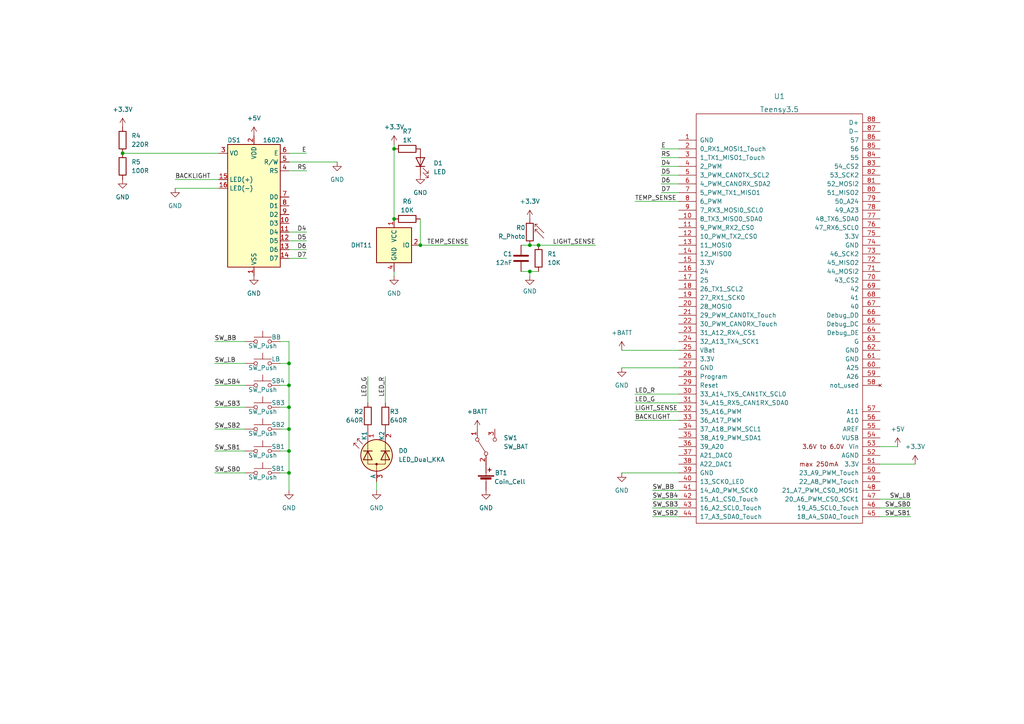
<source format=kicad_sch>
(kicad_sch (version 20211123) (generator eeschema)
  (paper "A4")
  (title_block (title "Sleep Monitor") (date "2022-07-01") (rev "1"))
  (lib_symbols
    (symbol "Device:Battery_Cell" (pin_numbers hide) (pin_names (offset 0) hide)
      (property "Reference" "BT" (at 2.54 2.54 0))
      (property "Value" "Battery_Cell" (at 2.54 0 0))
      (symbol "Battery_Cell_0_1"
        (rectangle (start -2.286 1.778) (end 2.286 1.524) (fill (type outline)))
        (rectangle (start -1.5748 1.1938) (end 1.4732 0.6858) (fill (type outline)))
        (polyline (pts (xy 0 0.762) (xy 0 0)))
        (polyline (pts (xy 0 1.778) (xy 0 2.54)))
        (polyline (pts (xy 0.508 3.429) (xy 1.524 3.429)) (stroke (width 0.254)))
        (polyline (pts (xy 1.016 3.937) (xy 1.016 2.921)) (stroke (width 0.254)))
      )
      (symbol "Battery_Cell_1_1"
        (pin passive line (at 0 5.08 270) (length 2.54) (name "+") (number "1"))
        (pin passive line (at 0 -2.54 90) (length 2.54) (name "-") (number "2"))
      )
    )
    (symbol "Device:C" (pin_numbers hide) (pin_names (offset 0.254))
      (property "Reference" "C" (at 0.635 2.54 0))
      (property "Value" "C" (at 0.635 -2.54 0))
      (symbol "C_0_1"
        (polyline (pts (xy -2.032 -0.762) (xy 2.032 -0.762)) (stroke (width 0.508)))
        (polyline (pts (xy -2.032 0.762) (xy 2.032 0.762)) (stroke (width 0.508)))
      )
      (symbol "C_1_1"
        (pin passive line (at 0 3.81 270) (length 2.794) (name "~") (number "1"))
        (pin passive line (at 0 -3.81 90) (length 2.794) (name "~") (number "2"))
      )
    )
    (symbol "Device:LED" (pin_numbers hide) (pin_names (offset 1.016) hide)
      (property "Reference" "D" (at 0 2.54 0))
      (property "Value" "LED" (at 0 -2.54 0))
      (symbol "LED_0_1"
        (polyline (pts (xy -1.27 -1.27) (xy -1.27 1.27)) (stroke (width 0.254)))
        (polyline (pts (xy -1.27 0) (xy 1.27 0)))
        (polyline (pts (xy 1.27 -1.27) (xy 1.27 1.27) (xy -1.27 0) (xy 1.27 -1.27)) (stroke (width 0.254)))
        (polyline (pts (xy -3.048 -0.762) (xy -4.572 -2.286) (xy -3.81 -2.286) (xy -4.572 -2.286) (xy -4.572 -1.524)))
        (polyline (pts (xy -1.778 -0.762) (xy -3.302 -2.286) (xy -2.54 -2.286) (xy -3.302 -2.286) (xy -3.302 -1.524)))
      )
      (symbol "LED_1_1"
        (pin passive line (at -3.81 0 0) (length 2.54) (name "K") (number "1"))
        (pin passive line (at 3.81 0 180) (length 2.54) (name "A") (number "2"))
      )
    )
    (symbol "Device:LED_Dual_KKA" (pin_names (offset 0))
      (property "Reference" "D" (at 0 5.715 0))
      (property "Value" "LED_Dual_KKA" (at 0 -6.35 0))
      (symbol "LED_Dual_KKA_0_1"
        (circle (center -2.54 0) (radius 0.2794) (fill (type outline)))
        (polyline (pts (xy -4.572 0) (xy -2.54 0)))
        (polyline (pts (xy 1.27 -1.27) (xy 1.27 -3.81)) (stroke (width 0.254)))
        (polyline (pts (xy 1.27 3.81) (xy 1.27 1.27)) (stroke (width 0.254)))
        (polyline (pts (xy 3.81 -2.54) (xy 1.905 -2.54)))
        (polyline (pts (xy 3.81 2.54) (xy 1.905 2.54)))
        (polyline (pts (xy -1.27 -1.27) (xy -1.27 -3.81) (xy 1.27 -2.54) (xy -1.27 -1.27)) (stroke (width 0.254)))
        (polyline (pts (xy -1.27 3.81) (xy -1.27 1.27) (xy 1.27 2.54) (xy -1.27 3.81)) (stroke (width 0.254)))
        (polyline (pts (xy 2.032 2.54) (xy -2.54 2.54) (xy -2.54 -2.54) (xy 2.032 -2.54)))
        (polyline (pts (xy 2.032 5.08) (xy 3.556 6.604) (xy 2.794 6.604) (xy 3.556 6.604) (xy 3.556 5.842)))
        (polyline (pts (xy 3.302 4.064) (xy 4.826 5.588) (xy 4.064 5.588) (xy 4.826 5.588) (xy 4.826 4.826)))
        (circle (center 0 0) (radius 4.572) (stroke (width 0.254)) (fill (type background)))
      )
      (symbol "LED_Dual_KKA_1_1"
        (pin input line (at 7.62 2.54 180) (length 3.81) (name "K1") (number "1"))
        (pin input line (at 7.62 -2.54 180) (length 3.81) (name "K2") (number "2"))
        (pin input line (at -7.62 0 0) (length 3.048) (name "A") (number "3"))
      )
    )
    (symbol "Device:R" (pin_numbers hide) (pin_names (offset 0))
      (property "Reference" "R" (at 2.032 0 90))
      (property "Value" "R" (at 0 0 90))
      (symbol "R_0_1"
        (rectangle (start -1.016 -2.54) (end 1.016 2.54) (stroke (width 0.254)))
      )
      (symbol "R_1_1"
        (pin passive line (at 0 3.81 270) (length 1.27) (name "~") (number "1"))
        (pin passive line (at 0 -3.81 90) (length 1.27) (name "~") (number "2"))
      )
    )
    (symbol "Device:R_Photo" (pin_numbers hide) (pin_names (offset 0))
      (property "Reference" "R" (at 1.27 1.27 0))
      (property "Value" "R_Photo" (at 1.27 0 0))
      (symbol "R_Photo_0_1"
        (rectangle (start -1.016 2.54) (end 1.016 -2.54) (stroke (width 0.254)))
        (polyline (pts (xy -1.524 -2.286) (xy -4.064 0.254)))
        (polyline (pts (xy -1.524 -2.286) (xy -2.286 -2.286)))
        (polyline (pts (xy -1.524 -2.286) (xy -1.524 -1.524)))
        (polyline (pts (xy -1.524 -0.762) (xy -4.064 1.778)))
        (polyline (pts (xy -1.524 -0.762) (xy -2.286 -0.762)))
        (polyline (pts (xy -1.524 -0.762) (xy -1.524 0)))
      )
      (symbol "R_Photo_1_1"
        (pin passive line (at 0 3.81 270) (length 1.27) (name "~") (number "1"))
        (pin passive line (at 0 -3.81 90) (length 1.27) (name "~") (number "2"))
      )
    )
    (symbol "Display_Character:WC1602A"
      (property "Reference" "DS" (at -5.842 19.05 0))
      (property "Value" "WC1602A" (at 5.334 19.05 0))
      (symbol "WC1602A_1_1"
        (rectangle (start -7.62 17.78) (end 7.62 -17.78) (stroke (width 0.254)) (fill (type background)))
        (pin power_in line (at 0 -20.32 90) (length 2.54) (name "VSS") (number "1"))
        (pin input line (at -10.16 -5.08 0) (length 2.54) (name "D3") (number "10"))
        (pin input line (at -10.16 -7.62 0) (length 2.54) (name "D4") (number "11"))
        (pin input line (at -10.16 -10.16 0) (length 2.54) (name "D5") (number "12"))
        (pin input line (at -10.16 -12.7 0) (length 2.54) (name "D6") (number "13"))
        (pin input line (at -10.16 -15.24 0) (length 2.54) (name "D7") (number "14"))
        (pin power_in line (at 10.16 7.62 180) (length 2.54) (name "LED(+)") (number "15"))
        (pin power_in line (at 10.16 5.08 180) (length 2.54) (name "LED(-)") (number "16"))
        (pin power_in line (at 0 20.32 270) (length 2.54) (name "VDD") (number "2"))
        (pin input line (at 10.16 15.24 180) (length 2.54) (name "VO") (number "3"))
        (pin input line (at -10.16 10.16 0) (length 2.54) (name "RS") (number "4"))
        (pin input line (at -10.16 12.7 0) (length 2.54) (name "R/W") (number "5"))
        (pin input line (at -10.16 15.24 0) (length 2.54) (name "E") (number "6"))
        (pin input line (at -10.16 2.54 0) (length 2.54) (name "D0") (number "7"))
        (pin input line (at -10.16 0 0) (length 2.54) (name "D1") (number "8"))
        (pin input line (at -10.16 -2.54 0) (length 2.54) (name "D2") (number "9"))
      )
    )
    (symbol "Sensor:DHT11"
      (property "Reference" "U" (at -3.81 6.35 0))
      (property "Value" "DHT11" (at 3.81 6.35 0))
      (symbol "DHT11_0_1"
        (rectangle (start -5.08 5.08) (end 5.08 -5.08) (stroke (width 0.254)) (fill (type background)))
      )
      (symbol "DHT11_1_1"
        (pin power_in line (at 0 7.62 270) (length 2.54) (name "VCC") (number "1"))
        (pin bidirectional line (at 7.62 0 180) (length 2.54) (name "IO") (number "2"))
        (pin no_connect line (at -5.08 0 0) (length 2.54) hide (name "NC") (number "3"))
        (pin power_in line (at 0 -7.62 90) (length 2.54) (name "GND") (number "4"))
      )
    )
    (symbol "Switch:SW_Push" (pin_numbers hide) (pin_names (offset 1.016) hide)
      (property "Reference" "SW" (at 1.27 2.54 0))
      (property "Value" "SW_Push" (at 0 -1.524 0))
      (symbol "SW_Push_0_1"
        (circle (center -2.032 0) (radius 0.508))
        (polyline (pts (xy 0 1.27) (xy 0 3.048)))
        (polyline (pts (xy 2.54 1.27) (xy -2.54 1.27)))
        (circle (center 2.032 0) (radius 0.508))
        (pin passive line (at -5.08 0 0) (length 2.54) (name "1") (number "1"))
        (pin passive line (at 5.08 0 180) (length 2.54) (name "2") (number "2"))
      )
    )
    (symbol "Switch:SW_SPDT" (pin_names (offset 0) hide)
      (property "Reference" "SW" (at 0 4.318 0))
      (property "Value" "SW_SPDT" (at 0 -5.08 0))
      (symbol "SW_SPDT_0_0"
        (circle (center -2.032 0) (radius 0.508))
        (circle (center 2.032 -2.54) (radius 0.508))
      )
      (symbol "SW_SPDT_0_1"
        (polyline (pts (xy -1.524 0.254) (xy 1.651 2.286)))
        (circle (center 2.032 2.54) (radius 0.508))
      )
      (symbol "SW_SPDT_1_1"
        (pin passive line (at 5.08 2.54 180) (length 2.54) (name "A") (number "1"))
        (pin passive line (at -5.08 0 0) (length 2.54) (name "B") (number "2"))
        (pin passive line (at 5.08 -2.54 180) (length 2.54) (name "C") (number "3"))
      )
    )
    (symbol "power:+3.3V" (power) (pin_names (offset 0))
      (property "Value" "+3.3V" (at 0 3.556 0))
      (symbol "+3.3V_0_1"
        (polyline (pts (xy -0.762 1.27) (xy 0 2.54)))
        (polyline (pts (xy 0 0) (xy 0 2.54)))
        (polyline (pts (xy 0 2.54) (xy 0.762 1.27)))
      )
      (symbol "+3.3V_1_1"
        (pin power_in line (at 0 0 90) (length 0) hide (name "+3.3V") (number "1"))
      )
    )
    (symbol "power:+5V" (power) (pin_names (offset 0))
      (property "Value" "+5V" (at 0 3.556 0))
      (symbol "+5V_0_1"
        (polyline (pts (xy -0.762 1.27) (xy 0 2.54)))
        (polyline (pts (xy 0 0) (xy 0 2.54)))
        (polyline (pts (xy 0 2.54) (xy 0.762 1.27)))
      )
      (symbol "+5V_1_1"
        (pin power_in line (at 0 0 90) (length 0) hide (name "+5V") (number "1"))
      )
    )
    (symbol "power:+BATT" (power) (pin_names (offset 0))
      (property "Value" "+BATT" (at 0 3.556 0))
      (symbol "+BATT_0_1"
        (polyline (pts (xy -0.762 1.27) (xy 0 2.54)))
        (polyline (pts (xy 0 0) (xy 0 2.54)))
        (polyline (pts (xy 0 2.54) (xy 0.762 1.27)))
      )
      (symbol "+BATT_1_1"
        (pin power_in line (at 0 0 90) (length 0) hide (name "+BATT") (number "1"))
      )
    )
    (symbol "power:GND" (power) (pin_names (offset 0))
      (property "Value" "GND" (at 0 -3.81 0))
      (symbol "GND_0_1"
        (polyline (pts (xy 0 0) (xy 0 -1.27) (xy 1.27 -1.27) (xy 0 -2.54) (xy -1.27 -1.27) (xy 0 -1.27)))
      )
      (symbol "GND_1_1"
        (pin power_in line (at 0 0 270) (length 0) hide (name "GND") (number "1"))
      )
    )
    (symbol "teensy:Teensy3.5_All_Pins" (pin_names (offset 1.016))
      (property "Reference" "U" (at 0 64.77 0))
      (property "Value" "Teensy3.5_All_Pins" (at 0 -59.69 0))
      (symbol "Teensy3.5_All_Pins_0_0"
        (text "3.6V to 6.0V" (at 12.7 -34.29 0) (effects (font (size 1.27 1.27))))
        (text "max 250mA" (at 11.43 -39.37 0) (effects (font (size 1.27 1.27))))
      )
      (symbol "Teensy3.5_All_Pins_0_1"
        (rectangle (start -24.13 62.23) (end 24.13 -56.515))
      )
      (symbol "Teensy3.5_All_Pins_1_1"
        (pin power_in line (at -29.21 54.61 0) (length 5.08) (name "GND") (number "1"))
        (pin bidirectional line (at -29.21 31.75 0) (length 5.08) (name "8_TX3_MISO0_SDA0") (number "10"))
        (pin bidirectional line (at -29.21 29.21 0) (length 5.08) (name "9_PWM_RX2_CS0") (number "11"))
        (pin bidirectional line (at -29.21 26.67 0) (length 5.08) (name "10_PWM_TX2_CS0") (number "12"))
        (pin bidirectional line (at -29.21 24.13 0) (length 5.08) (name "11_MOSI0") (number "13"))
        (pin bidirectional line (at -29.21 21.59 0) (length 5.08) (name "12_MISO0") (number "14"))
        (pin power_out line (at -29.21 19.05 0) (length 5.08) (name "3.3V") (number "15"))
        (pin bidirectional line (at -29.21 16.51 0) (length 5.08) (name "24") (number "16"))
        (pin bidirectional line (at -29.21 13.97 0) (length 5.08) (name "25") (number "17"))
        (pin bidirectional line (at -29.21 11.43 0) (length 5.08) (name "26_TX1_SCL2") (number "18"))
        (pin bidirectional line (at -29.21 8.89 0) (length 5.08) (name "27_RX1_SCK0") (number "19"))
        (pin bidirectional line (at -29.21 52.07 0) (length 5.08) (name "0_RX1_MOSI1_Touch") (number "2"))
        (pin bidirectional line (at -29.21 6.35 0) (length 5.08) (name "28_MOSI0") (number "20"))
        (pin bidirectional line (at -29.21 3.81 0) (length 5.08) (name "29_PWM_CAN0TX_Touch") (number "21"))
        (pin bidirectional line (at -29.21 1.27 0) (length 5.08) (name "30_PWM_CAN0RX_Touch") (number "22"))
        (pin bidirectional line (at -29.21 -1.27 0) (length 5.08) (name "31_A12_RX4_CS1") (number "23"))
        (pin bidirectional line (at -29.21 -3.81 0) (length 5.08) (name "32_A13_TX4_SCK1") (number "24"))
        (pin power_in line (at -29.21 -6.35 0) (length 5.08) (name "VBat") (number "25"))
        (pin power_in line (at -29.21 -8.89 0) (length 5.08) (name "3.3V") (number "26"))
        (pin power_in line (at -29.21 -11.43 0) (length 5.08) (name "GND") (number "27"))
        (pin input line (at -29.21 -13.97 0) (length 5.08) (name "Program") (number "28"))
        (pin input line (at -29.21 -16.51 0) (length 5.08) (name "Reset") (number "29"))
        (pin bidirectional line (at -29.21 49.53 0) (length 5.08) (name "1_TX1_MISO1_Touch") (number "3"))
        (pin bidirectional line (at -29.21 -19.05 0) (length 5.08) (name "33_A14_TX5_CAN1TX_SCL0") (number "30"))
        (pin bidirectional line (at -29.21 -21.59 0) (length 5.08) (name "34_A15_RX5_CAN1RX_SDA0") (number "31"))
        (pin bidirectional line (at -29.21 -24.13 0) (length 5.08) (name "35_A16_PWM") (number "32"))
        (pin bidirectional line (at -29.21 -26.67 0) (length 5.08) (name "36_A17_PWM") (number "33"))
        (pin bidirectional line (at -29.21 -29.21 0) (length 5.08) (name "37_A18_PWM_SCL1") (number "34"))
        (pin bidirectional line (at -29.21 -31.75 0) (length 5.08) (name "38_A19_PWM_SDA1") (number "35"))
        (pin bidirectional line (at -29.21 -34.29 0) (length 5.08) (name "39_A20") (number "36"))
        (pin bidirectional line (at -29.21 -36.83 0) (length 5.08) (name "A21_DAC0") (number "37"))
        (pin bidirectional line (at -29.21 -39.37 0) (length 5.08) (name "A22_DAC1") (number "38"))
        (pin power_in line (at -29.21 -41.91 0) (length 5.08) (name "GND") (number "39"))
        (pin bidirectional line (at -29.21 46.99 0) (length 5.08) (name "2_PWM") (number "4"))
        (pin bidirectional line (at -29.21 -44.45 0) (length 5.08) (name "13_SCK0_LED") (number "40"))
        (pin bidirectional line (at -29.21 -46.99 0) (length 5.08) (name "14_A0_PWM_SCK0") (number "41"))
        (pin bidirectional line (at -29.21 -49.53 0) (length 5.08) (name "15_A1_CS0_Touch") (number "42"))
        (pin bidirectional line (at -29.21 -52.07 0) (length 5.08) (name "16_A2_SCL0_Touch") (number "43"))
        (pin bidirectional line (at -29.21 -54.61 0) (length 5.08) (name "17_A3_SDA0_Touch") (number "44"))
        (pin bidirectional line (at 29.21 -54.61 180) (length 5.08) (name "18_A4_SDA0_Touch") (number "45"))
        (pin bidirectional line (at 29.21 -52.07 180) (length 5.08) (name "19_A5_SCL0_Touch") (number "46"))
        (pin bidirectional line (at 29.21 -49.53 180) (length 5.08) (name "20_A6_PWM_CS0_SCK1") (number "47"))
        (pin bidirectional line (at 29.21 -46.99 180) (length 5.08) (name "21_A7_PWM_CS0_MOSI1") (number "48"))
        (pin bidirectional line (at 29.21 -44.45 180) (length 5.08) (name "22_A8_PWM_Touch") (number "49"))
        (pin bidirectional line (at -29.21 44.45 0) (length 5.08) (name "3_PWM_CAN0TX_SCL2") (number "5"))
        (pin bidirectional line (at 29.21 -41.91 180) (length 5.08) (name "23_A9_PWM_Touch") (number "50"))
        (pin power_out line (at 29.21 -39.37 180) (length 5.08) (name "3.3V") (number "51"))
        (pin power_out line (at 29.21 -36.83 180) (length 5.08) (name "AGND") (number "52"))
        (pin power_in line (at 29.21 -34.29 180) (length 5.08) (name "Vin") (number "53"))
        (pin power_in line (at 29.21 -31.75 180) (length 5.08) (name "VUSB") (number "54"))
        (pin input line (at 29.21 -29.21 180) (length 5.08) (name "AREF") (number "55"))
        (pin bidirectional line (at 29.21 -26.67 180) (length 5.08) (name "A10") (number "56"))
        (pin bidirectional line (at 29.21 -24.13 180) (length 5.08) (name "A11") (number "57"))
        (pin no_connect line (at 29.21 -16.51 180) (length 5.08) (name "not_used") (number "58"))
        (pin bidirectional line (at 29.21 -13.97 180) (length 5.08) (name "A26") (number "59"))
        (pin bidirectional line (at -29.21 41.91 0) (length 5.08) (name "4_PWM_CAN0RX_SDA2") (number "6"))
        (pin bidirectional line (at 29.21 -11.43 180) (length 5.08) (name "A25") (number "60"))
        (pin power_in line (at 29.21 -8.89 180) (length 5.08) (name "GND") (number "61"))
        (pin power_in line (at 29.21 -6.35 180) (length 5.08) (name "GND") (number "62"))
        (pin power_in line (at 29.21 -3.81 180) (length 5.08) (name "G") (number "63"))
        (pin input line (at 29.21 -1.27 180) (length 5.08) (name "Debug_DE") (number "64"))
        (pin input line (at 29.21 1.27 180) (length 5.08) (name "Debug_DC") (number "65"))
        (pin input line (at 29.21 3.81 180) (length 5.08) (name "Debug_DD") (number "66"))
        (pin bidirectional line (at 29.21 6.35 180) (length 5.08) (name "40") (number "67"))
        (pin bidirectional line (at 29.21 8.89 180) (length 5.08) (name "41") (number "68"))
        (pin bidirectional line (at 29.21 11.43 180) (length 5.08) (name "42") (number "69"))
        (pin bidirectional line (at -29.21 39.37 0) (length 5.08) (name "5_PWM_TX1_MISO1") (number "7"))
        (pin bidirectional line (at 29.21 13.97 180) (length 5.08) (name "43_CS2") (number "70"))
        (pin bidirectional line (at 29.21 16.51 180) (length 5.08) (name "44_MOSI2") (number "71"))
        (pin bidirectional line (at 29.21 19.05 180) (length 5.08) (name "45_MISO2") (number "72"))
        (pin bidirectional line (at 29.21 21.59 180) (length 5.08) (name "46_SCK2") (number "73"))
        (pin power_in line (at 29.21 24.13 180) (length 5.08) (name "GND") (number "74"))
        (pin power_in line (at 29.21 26.67 180) (length 5.08) (name "3.3V") (number "75"))
        (pin bidirectional line (at 29.21 29.21 180) (length 5.08) (name "47_RX6_SCL0") (number "76"))
        (pin bidirectional line (at 29.21 31.75 180) (length 5.08) (name "48_TX6_SDA0") (number "77"))
        (pin bidirectional line (at 29.21 34.29 180) (length 5.08) (name "49_A23") (number "78"))
        (pin bidirectional line (at 29.21 36.83 180) (length 5.08) (name "50_A24") (number "79"))
        (pin bidirectional line (at -29.21 36.83 0) (length 5.08) (name "6_PWM") (number "8"))
        (pin bidirectional line (at 29.21 39.37 180) (length 5.08) (name "51_MISO2") (number "80"))
        (pin bidirectional line (at 29.21 41.91 180) (length 5.08) (name "52_MOSI2") (number "81"))
        (pin bidirectional line (at 29.21 44.45 180) (length 5.08) (name "53_SCK2") (number "82"))
        (pin bidirectional line (at 29.21 46.99 180) (length 5.08) (name "54_CS2") (number "83"))
        (pin bidirectional line (at 29.21 49.53 180) (length 5.08) (name "55") (number "84"))
        (pin bidirectional line (at 29.21 52.07 180) (length 5.08) (name "56") (number "85"))
        (pin bidirectional line (at 29.21 54.61 180) (length 5.08) (name "57") (number "86"))
        (pin input line (at 29.21 57.15 180) (length 5.08) (name "D-") (number "87"))
        (pin input line (at 29.21 59.69 180) (length 5.08) (name "D+") (number "88"))
        (pin bidirectional line (at -29.21 34.29 0) (length 5.08) (name "7_RX3_MOSI0_SCL0") (number "9"))
      )
    )
  )
  (junction (at 121.92 71.12))
  (junction (at 114.3 43.18))
  (junction (at 114.3 63.5))
  (junction (at 83.82 111.76))
  (junction (at 83.82 105.41))
  (junction (at 83.82 124.46))
  (junction (at 83.82 130.81))
  (junction (at 156.21 71.12))
  (junction (at 83.82 137.16))
  (junction (at 35.56 44.45))
  (junction (at 153.67 78.74))
  (junction (at 83.82 118.11))
  (junction (at 153.67 71.12))
  (wire (pts (xy 111.76 116.84) (xy 111.76 109.22)))
  (wire (pts (xy 184.15 58.42) (xy 196.85 58.42)))
  (wire (pts (xy 81.28 99.06) (xy 83.82 99.06)))
  (wire (pts (xy 88.9 44.45) (xy 83.82 44.45)))
  (wire (pts (xy 81.28 130.81) (xy 83.82 130.81)))
  (wire (pts (xy 114.3 41.91) (xy 114.3 43.18)))
  (wire (pts (xy 50.8 52.07) (xy 63.5 52.07)))
  (wire (pts (xy 184.15 114.3) (xy 196.85 114.3)))
  (wire (pts (xy 189.23 147.32) (xy 196.85 147.32)))
  (wire (pts (xy 121.92 63.5) (xy 121.92 71.12)))
  (wire (pts (xy 83.82 111.76) (xy 83.82 118.11)))
  (wire (pts (xy 83.82 130.81) (xy 83.82 137.16)))
  (wire (pts (xy 83.82 118.11) (xy 83.82 124.46)))
  (wire (pts (xy 114.3 43.18) (xy 114.3 63.5)))
  (wire (pts (xy 191.77 55.88) (xy 196.85 55.88)))
  (wire (pts (xy 62.23 118.11) (xy 71.12 118.11)))
  (wire (pts (xy 71.12 105.41) (xy 62.23 105.41)))
  (wire (pts (xy 81.28 118.11) (xy 83.82 118.11)))
  (wire (pts (xy 106.68 109.22) (xy 106.68 116.84)))
  (wire (pts (xy 151.13 78.74) (xy 153.67 78.74)))
  (wire (pts (xy 264.16 149.86) (xy 255.27 149.86)))
  (wire (pts (xy 265.43 134.62) (xy 255.27 134.62)))
  (wire (pts (xy 255.27 144.78) (xy 264.16 144.78)))
  (wire (pts (xy 184.15 116.84) (xy 196.85 116.84)))
  (wire (pts (xy 172.72 71.12) (xy 156.21 71.12)))
  (wire (pts (xy 255.27 129.54) (xy 260.35 129.54)))
  (wire (pts (xy 191.77 53.34) (xy 196.85 53.34)))
  (wire (pts (xy 88.9 67.31) (xy 83.82 67.31)))
  (wire (pts (xy 81.28 137.16) (xy 83.82 137.16)))
  (wire (pts (xy 62.23 137.16) (xy 71.12 137.16)))
  (wire (pts (xy 153.67 71.12) (xy 156.21 71.12)))
  (wire (pts (xy 184.15 119.38) (xy 196.85 119.38)))
  (wire (pts (xy 196.85 142.24) (xy 189.23 142.24)))
  (wire (pts (xy 191.77 43.18) (xy 196.85 43.18)))
  (wire (pts (xy 97.79 46.99) (xy 83.82 46.99)))
  (wire (pts (xy 83.82 137.16) (xy 83.82 142.24)))
  (wire (pts (xy 83.82 124.46) (xy 83.82 130.81)))
  (wire (pts (xy 180.34 101.6) (xy 196.85 101.6)))
  (wire (pts (xy 255.27 147.32) (xy 264.16 147.32)))
  (wire (pts (xy 35.56 44.45) (xy 63.5 44.45)))
  (wire (pts (xy 153.67 78.74) (xy 156.21 78.74)))
  (wire (pts (xy 189.23 149.86) (xy 196.85 149.86)))
  (wire (pts (xy 81.28 111.76) (xy 83.82 111.76)))
  (wire (pts (xy 184.15 121.92) (xy 196.85 121.92)))
  (wire (pts (xy 189.23 144.78) (xy 196.85 144.78)))
  (wire (pts (xy 83.82 105.41) (xy 83.82 111.76)))
  (wire (pts (xy 109.22 142.24) (xy 109.22 139.7)))
  (wire (pts (xy 114.3 80.01) (xy 114.3 78.74)))
  (wire (pts (xy 191.77 50.8) (xy 196.85 50.8)))
  (wire (pts (xy 62.23 130.81) (xy 71.12 130.81)))
  (wire (pts (xy 151.13 71.12) (xy 153.67 71.12)))
  (wire (pts (xy 153.67 80.01) (xy 153.67 78.74)))
  (wire (pts (xy 81.28 124.46) (xy 83.82 124.46)))
  (wire (pts (xy 88.9 69.85) (xy 83.82 69.85)))
  (wire (pts (xy 191.77 45.72) (xy 196.85 45.72)))
  (wire (pts (xy 88.9 74.93) (xy 83.82 74.93)))
  (wire (pts (xy 81.28 105.41) (xy 83.82 105.41)))
  (wire (pts (xy 62.23 99.06) (xy 71.12 99.06)))
  (wire (pts (xy 88.9 72.39) (xy 83.82 72.39)))
  (wire (pts (xy 88.9 49.53) (xy 83.82 49.53)))
  (wire (pts (xy 191.77 48.26) (xy 196.85 48.26)))
  (wire (pts (xy 83.82 99.06) (xy 83.82 105.41)))
  (wire (pts (xy 135.89 71.12) (xy 121.92 71.12)))
  (wire (pts (xy 180.34 137.16) (xy 196.85 137.16)))
  (wire (pts (xy 180.34 106.68) (xy 196.85 106.68)))
  (wire (pts (xy 50.8 54.61) (xy 63.5 54.61)))
  (wire (pts (xy 62.23 124.46) (xy 71.12 124.46)))
  (wire (pts (xy 62.23 111.76) (xy 71.12 111.76)))
  (label "SW_SB2" (at 189.23 149.86 0))
  (label "LED_R" (at 111.76 109.22 270))
  (label "LED_G" (at 184.15 116.84 0))
  (label "SW_BB" (at 62.23 99.06 0))
  (label "SW_SB4" (at 62.23 111.76 0))
  (label "TEMP_SENSE" (at 135.89 71.12 180))
  (label "LIGHT_SENSE" (at 172.72 71.12 180))
  (label "SW_SB1" (at 62.23 130.81 0))
  (label "E" (at 88.9 44.45 180))
  (label "SW_SB4" (at 189.23 144.78 0))
  (label "BACKLIGHT" (at 184.15 121.92 0))
  (label "D6" (at 191.77 53.34 0))
  (label "D6" (at 88.9 72.39 180))
  (label "TEMP_SENSE" (at 184.15 58.42 0))
  (label "D4" (at 191.77 48.26 0))
  (label "D5" (at 88.9 69.85 180))
  (label "D7" (at 191.77 55.88 0))
  (label "SW_LB" (at 62.23 105.41 0))
  (label "D5" (at 191.77 50.8 0))
  (label "SW_SB0" (at 264.16 147.32 180))
  (label "RS" (at 191.77 45.72 0))
  (label "D4" (at 88.9 67.31 180))
  (label "D7" (at 88.9 74.93 180))
  (label "BACKLIGHT" (at 50.8 52.07 0))
  (label "SW_SB3" (at 189.23 147.32 0))
  (label "SW_SB1" (at 264.16 149.86 180))
  (label "SW_SB3" (at 62.23 118.11 0))
  (label "SW_BB" (at 189.23 142.24 0))
  (label "RS" (at 88.9 49.53 180))
  (label "LED_G" (at 106.68 109.22 270))
  (label "SW_LB" (at 264.16 144.78 180))
  (label "E" (at 191.77 43.18 0))
  (label "LIGHT_SENSE" (at 184.15 119.38 0))
  (label "SW_SB2" (at 62.23 124.46 0))
  (label "LED_R" (at 184.15 114.3 0))
  (label "SW_SB0" (at 62.23 137.16 0))
  (symbol (lib_id "Device:R") (at 111.76 120.65 180) (unit 1)
    (property "Reference" "R3" (at 113.03 119.38 0) (effects (justify right)))
    (property "Value" "640R" (at 113.03 121.92 0) (effects (justify right)))
  )
  (symbol (lib_id "power:GND") (at 109.22 142.24 0) (unit 1)
    (property "Reference" "#PWR?" (effects hide))
    (property "Value" "GND" (at 109.22 147.32 0))
  )
  (symbol (lib_id "Device:C") (at 151.13 74.93 0) (unit 1)
    (property "Reference" "C1" (at 148.59 73.66 0) (effects (justify right)))
    (property "Value" "12nF" (at 148.59 76.2 0) (effects (justify right)))
  )
  (symbol (lib_id "power:+3.3V") (at 114.3 41.91 0) (unit 1)
    (property "Reference" "#PWR?" (effects hide))
    (property "Value" "+3.3V" (at 114.3 36.83 0))
  )
  (symbol (lib_id "Display_Character:WC1602A") (at 73.66 59.69 0) (mirror y) (unit 1)
    (property "Reference" "DS1" (at 69.85 40.64 0) (effects (justify left)))
    (property "Value" "1602A" (at 76.2 40.64 0) (effects (justify right)))
    (property "Footprint" "Display:WC1602A" (effects hide))
    (property "Datasheet" "http://www.wincomlcd.com/pdf/WC1602A-SFYLYHTC06.pdf" (effects hide))
  )
  (symbol (lib_id "Device:R") (at 156.21 74.93 0) (unit 1)
    (property "Reference" "R1" (at 158.75 73.66 0) (effects (justify left)))
    (property "Value" "10K" (at 158.75 76.2 0) (effects (justify left)))
  )
  (symbol (lib_id "Switch:SW_Push") (at 76.2 118.11 0) (unit 1)
    (property "Reference" "SB3" (at 78.74 116.84 0) (effects (justify left)))
    (property "Value" "SW_Push" (at 76.2 119.38 0))
  )
  (symbol (lib_id "Device:LED_Dual_KKA") (at 109.22 132.08 90) (unit 1)
    (property "Reference" "D0" (at 115.57 130.7464 90) (effects (justify right)))
    (property "Value" "LED_Dual_KKA" (at 115.57 133.2864 90) (effects (justify right)))
  )
  (symbol (lib_id "power:+5V") (at 73.66 39.37 0) (unit 1)
    (property "Reference" "#PWR?" (effects hide))
    (property "Value" "+5V" (at 73.66 34.29 0))
  )
  (symbol (lib_id "power:GND") (at 180.34 106.68 0) (unit 1)
    (property "Reference" "#PWR?" (effects hide))
    (property "Value" "GND" (at 180.34 111.76 0))
  )
  (symbol (lib_id "Device:R") (at 35.56 40.64 0) (unit 1)
    (property "Reference" "R4" (at 38.1 39.3699 0) (effects (justify left)))
    (property "Value" "220R" (at 38.1 41.91 0) (effects (justify left)))
  )
  (symbol (lib_id "power:+5V") (at 260.35 129.54 0) (unit 1)
    (property "Reference" "#PWR?" (effects hide))
    (property "Value" "+5V" (at 260.35 124.46 0))
  )
  (symbol (lib_id "Switch:SW_Push") (at 76.2 130.81 0) (unit 1)
    (property "Reference" "SB1" (at 78.74 129.54 0) (effects (justify left)))
    (property "Value" "SW_Push" (at 76.2 132.08 0))
  )
  (symbol (lib_id "power:GND") (at 83.82 142.24 0) (unit 1)
    (property "Reference" "#PWR?" (effects hide))
    (property "Value" "GND" (at 83.82 147.32 0))
  )
  (symbol (lib_id "power:GND") (at 50.8 54.61 0) (unit 1)
    (property "Reference" "#PWR?" (effects hide))
    (property "Value" "GND" (at 50.8 59.69 0))
  )
  (symbol (lib_id "Switch:SW_Push") (at 76.2 124.46 0) (unit 1)
    (property "Reference" "SB2" (at 78.74 123.19 0) (effects (justify left)))
    (property "Value" "SW_Push" (at 76.2 125.73 0))
  )
  (symbol (lib_id "Switch:SW_Push") (at 76.2 99.06 0) (unit 1)
    (property "Reference" "BB" (at 78.74 97.79 0) (effects (justify left)))
    (property "Value" "SW_Push" (at 76.2 100.33 0))
  )
  (symbol (lib_id "power:+3.3V") (at 35.56 36.83 0) (unit 1)
    (property "Reference" "#PWR?" (effects hide))
    (property "Value" "+3.3V" (at 35.56 31.75 0))
  )
  (symbol (lib_id "power:GND") (at 153.67 80.01 0) (unit 1)
    (property "Reference" "#PWR?" (effects hide))
    (property "Value" "GND" (at 153.67 84.455 0))
  )
  (symbol (lib_id "Device:LED") (at 121.92 46.99 90) (unit 1)
    (property "Reference" "D1" (at 125.73 47.3074 90) (effects (justify right)))
    (property "Value" "LED" (at 125.73 49.8474 90) (effects (justify right)))
  )
  (symbol (lib_id "Device:R") (at 106.68 120.65 180) (unit 1)
    (property "Reference" "R2" (at 105.41 119.38 0) (effects (justify left)))
    (property "Value" "640R" (at 105.41 121.92 0) (effects (justify left)))
  )
  (symbol (lib_id "power:GND") (at 114.3 80.01 0) (unit 1)
    (property "Reference" "#PWR?" (effects hide))
    (property "Value" "GND" (at 114.3 85.09 0))
  )
  (symbol (lib_id "power:GND") (at 73.66 80.01 0) (unit 1)
    (property "Reference" "#PWR?" (effects hide))
    (property "Value" "GND" (at 73.66 85.09 0))
  )
  (symbol (lib_id "power:GND") (at 97.79 46.99 0) (unit 1)
    (property "Reference" "#PWR?" (effects hide))
    (property "Value" "GND" (at 97.79 52.07 0))
  )
  (symbol (lib_id "Switch:SW_Push") (at 76.2 105.41 0) (unit 1)
    (property "Reference" "LB" (at 78.74 104.14 0) (effects (justify left)))
    (property "Value" "SW_Push" (at 76.2 106.68 0))
  )
  (symbol (lib_id "Device:R") (at 118.11 43.18 90) (unit 1)
    (property "Reference" "R7" (at 118.11 38.1 90))
    (property "Value" "1K" (at 118.11 40.64 90))
  )
  (symbol (lib_id "power:GND") (at 121.92 50.8 0) (unit 1)
    (property "Reference" "#PWR?" (effects hide))
    (property "Value" "GND" (at 121.92 55.88 0))
  )
  (symbol (lib_id "Device:R") (at 118.11 63.5 270) (unit 1)
    (property "Reference" "R6" (at 118.11 58.42 90))
    (property "Value" "10K" (at 118.11 60.96 90))
  )
  (symbol (lib_id "power:+BATT") (at 138.43 124.46 0) (unit 1)
    (property "Reference" "#PWR?" (effects hide))
    (property "Value" "+BATT" (at 138.43 119.38 0))
  )
  (symbol (lib_id "Switch:SW_Push") (at 76.2 111.76 0) (unit 1)
    (property "Reference" "SB4" (at 78.74 110.49 0) (effects (justify left)))
    (property "Value" "SW_Push" (at 76.2 113.03 0))
  )
  (symbol (lib_id "Switch:SW_SPDT") (at 140.97 129.54 90) (unit 1)
    (property "Reference" "SW1" (at 146.05 127 90) (effects (justify right)))
    (property "Value" "SW_BAT" (at 146.05 129.54 90) (effects (justify right)))
  )
  (symbol (lib_id "power:GND") (at 35.56 52.07 0) (unit 1)
    (property "Reference" "#PWR?" (effects hide))
    (property "Value" "GND" (at 35.56 57.15 0))
  )
  (symbol (lib_id "power:GND") (at 180.34 137.16 0) (unit 1)
    (property "Reference" "#PWR?" (effects hide))
    (property "Value" "GND" (at 180.34 142.24 0))
  )
  (symbol (lib_id "teensy:Teensy3.5_All_Pins") (at 226.06 95.25 0) (unit 1)
    (property "Reference" "U1" (at 226.06 27.94 0) (effects (font (size 1.524 1.524))))
    (property "Value" "Teensy3.5" (at 226.06 31.75 0) (effects (font (size 1.524 1.524))))
    (property "Pinouts" "https://www.pjrc.com/teensy/pinout.html" (effects hide))
  )
  (symbol (lib_id "power:+BATT") (at 180.34 101.6 0) (unit 1)
    (property "Reference" "#PWR?" (effects hide))
    (property "Value" "+BATT" (at 180.34 96.52 0))
  )
  (symbol (lib_id "power:+3.3V") (at 265.43 134.62 0) (unit 1)
    (property "Reference" "#PWR?" (effects hide))
    (property "Value" "+3.3V" (at 265.43 129.54 0))
  )
  (symbol (lib_id "power:GND") (at 140.97 142.24 0) (unit 1)
    (property "Reference" "#PWR?" (effects hide))
    (property "Value" "GND" (at 140.97 147.32 0))
  )
  (symbol (lib_id "power:+3.3V") (at 153.67 63.5 0) (unit 1)
    (property "Reference" "#PWR?" (effects hide))
    (property "Value" "+3.3V" (at 153.67 58.42 0))
  )
  (symbol (lib_id "Switch:SW_Push") (at 76.2 137.16 0) (unit 1)
    (property "Reference" "SB1" (at 78.74 135.89 0) (effects (justify left)))
    (property "Value" "SW_Push" (at 76.2 138.43 0))
  )
  (symbol (lib_id "Sensor:DHT11") (at 114.3 71.12 0) (unit 1)
    (property "Reference" "U?" (effects hide))
    (property "Value" "DHT11" (at 107.95 71.1199 0) (effects (justify right)))
    (property "Footprint" "Sensor:Aosong_DHT11_5.5x12.0_P2.54mm" (effects hide))
    (property "Datasheet" "http://akizukidenshi.com/download/ds/aosong/DHT11.pdf" (effects hide))
  )
  (symbol (lib_id "Device:Battery_Cell") (at 140.97 139.7 0) (unit 1)
    (property "Reference" "BT1" (at 143.51 137.16 0) (effects (justify left)))
    (property "Value" "Coin_Cell" (at 152.4 139.7 0) (effects (justify right)))
  )
  (symbol (lib_id "Device:R") (at 35.56 48.26 0) (unit 1)
    (property "Reference" "R5" (at 38.1 46.9899 0) (effects (justify left)))
    (property "Value" "100R" (at 38.1 49.53 0) (effects (justify left)))
  )
  (symbol (lib_id "Device:R_Photo") (at 153.67 67.31 180) (unit 1)
    (property "Reference" "R0" (at 152.4 66.04 0) (effects (justify left)))
    (property "Value" "R_Photo" (at 152.4 68.58 0) (effects (justify left)))
  )
)
</source>
